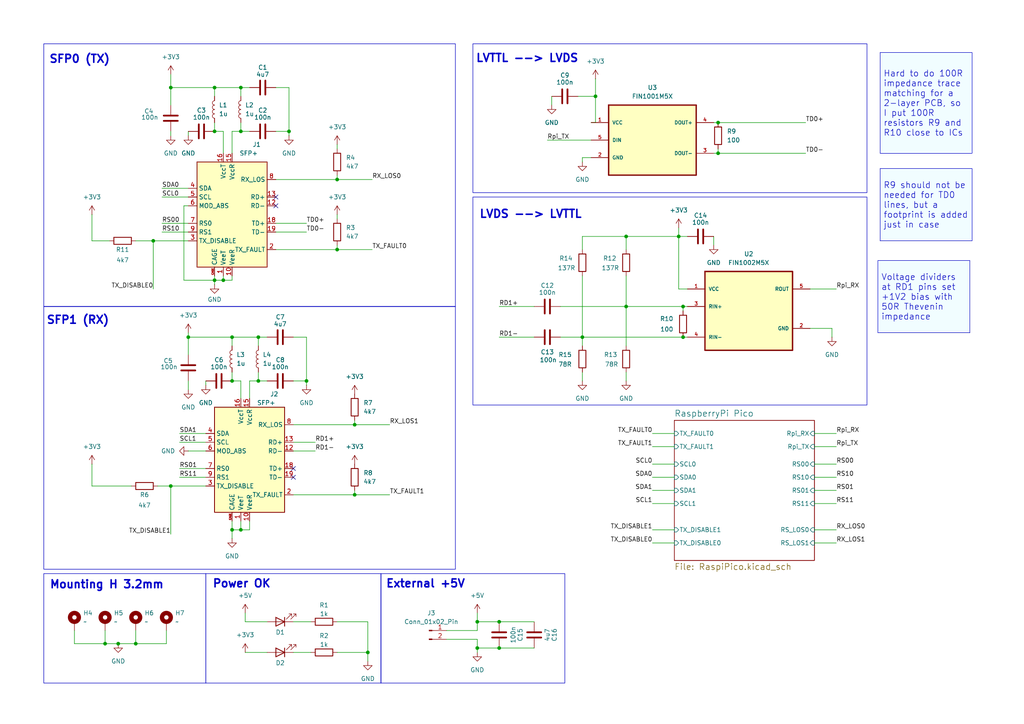
<source format=kicad_sch>
(kicad_sch (version 20250114) (generator "eeschema") (generator_version "9.0")
  (paper "A4")
  (title_block (title "Optical Power Analyzer") (date "2025-04-03") (company "Filip Kulka"))
  (lib_symbols
    (symbol "Connector:Conn_01x02_Pin" (pin_names (offset 1.016) (hide yes))
      (property "Reference" "J" (at 0 2.54 0))
      (property "Value" "Conn_01x02_Pin" (at 0 -5.08 0))
      (symbol "Conn_01x02_Pin_1_1"
        (rectangle (start 0.8636 0.127) (end 0 -0.127) (stroke (width 0.1524)) (fill (type outline)))
        (rectangle (start 0.8636 -2.413) (end 0 -2.667) (stroke (width 0.1524)) (fill (type outline)))
        (polyline (pts (xy 1.27 0) (xy 0.8636 0)) (stroke (width 0.1524)))
        (polyline (pts (xy 1.27 -2.54) (xy 0.8636 -2.54)) (stroke (width 0.1524)))
        (pin passive line (at 5.08 0 180) (length 3.81) (name "Pin_1") (number "1"))
        (pin passive line (at 5.08 -2.54 180) (length 3.81) (name "Pin_2") (number "2"))
      )
    )
    (symbol "Device:C" (pin_numbers (hide yes)) (pin_names (offset 0.254))
      (property "Reference" "C" (at 0.635 2.54 0))
      (property "Value" "C" (at 0.635 -2.54 0))
      (symbol "C_0_1"
        (polyline (pts (xy -2.032 0.762) (xy 2.032 0.762)) (stroke (width 0.508)))
        (polyline (pts (xy -2.032 -0.762) (xy 2.032 -0.762)) (stroke (width 0.508)))
      )
      (symbol "C_1_1"
        (pin passive line (at 0 3.81 270) (length 2.794) (name "~") (number "1"))
        (pin passive line (at 0 -3.81 90) (length 2.794) (name "~") (number "2"))
      )
    )
    (symbol "Device:L" (pin_numbers (hide yes)) (pin_names (offset 1.016) (hide yes))
      (property "Reference" "L" (at -1.27 0 90))
      (property "Value" "L" (at 1.905 0 90))
      (symbol "L_0_1"
        (arc (start 0 2.54) (mid 0.6323 1.905) (end 0 1.27))
        (arc (start 0 1.27) (mid 0.6323 0.635) (end 0 0))
        (arc (start 0 0) (mid 0.6323 -0.635) (end 0 -1.27))
        (arc (start 0 -1.27) (mid 0.6323 -1.905) (end 0 -2.54))
      )
      (symbol "L_1_1"
        (pin passive line (at 0 3.81 270) (length 1.27) (name "1") (number "1"))
        (pin passive line (at 0 -3.81 90) (length 1.27) (name "2") (number "2"))
      )
    )
    (symbol "Device:LED" (pin_numbers (hide yes)) (pin_names (offset 1.016) (hide yes))
      (property "Reference" "D" (at 0 2.54 0))
      (property "Value" "LED" (at 0 -2.54 0))
      (symbol "LED_0_1"
        (polyline (pts (xy -3.048 -0.762) (xy -4.572 -2.286) (xy -3.81 -2.286) (xy -4.572 -2.286) (xy -4.572 -1.524)))
        (polyline (pts (xy -1.778 -0.762) (xy -3.302 -2.286) (xy -2.54 -2.286) (xy -3.302 -2.286) (xy -3.302 -1.524)))
        (polyline (pts (xy -1.27 0) (xy 1.27 0)))
        (polyline (pts (xy -1.27 -1.27) (xy -1.27 1.27)) (stroke (width 0.254)))
        (polyline (pts (xy 1.27 -1.27) (xy 1.27 1.27) (xy -1.27 0) (xy 1.27 -1.27)) (stroke (width 0.254)))
      )
      (symbol "LED_1_1"
        (pin passive line (at -3.81 0 0) (length 2.54) (name "K") (number "1"))
        (pin passive line (at 3.81 0 180) (length 2.54) (name "A") (number "2"))
      )
    )
    (symbol "Device:R" (pin_numbers (hide yes)) (pin_names (offset 0))
      (property "Reference" "R" (at 2.032 0 90))
      (property "Value" "R" (at 0 0 90))
      (symbol "R_0_1"
        (rectangle (start -1.016 -2.54) (end 1.016 2.54) (stroke (width 0.254)))
      )
      (symbol "R_1_1"
        (pin passive line (at 0 3.81 270) (length 1.27) (name "~") (number "1"))
        (pin passive line (at 0 -3.81 90) (length 1.27) (name "~") (number "2"))
      )
    )
    (symbol "Interface_Optical:SFP+"
      (property "Reference" "J" (at -8.89 16.51 0))
      (property "Value" "SFP+" (at 11.43 16.51 0))
      (symbol "SFP+_0_0"
        (rectangle (start -10.16 15.24) (end 10.16 -15.24) (stroke (width 0.254)) (fill (type background)))
      )
      (symbol "SFP+_1_1"
        (pin bidirectional line (at -12.7 7.62 0) (length 2.54) (name "SDA") (number "4"))
        (pin input line (at -12.7 5.08 0) (length 2.54) (name "SCL") (number "5"))
        (pin passive line (at -12.7 2.54 0) (length 2.54) (name "MOD_ABS") (number "6"))
        (pin input line (at -12.7 -2.54 0) (length 2.54) (name "RS0") (number "7"))
        (pin input line (at -12.7 -5.08 0) (length 2.54) (name "RS1") (number "9"))
        (pin input line (at -12.7 -7.62 0) (length 2.54) (name "TX_DISABLE") (number "3"))
        (pin passive line (at -5.08 -17.78 90) (length 2.54) (name "CAGE") (number "CAGE"))
        (pin power_in line (at -2.54 17.78 270) (length 2.54) (name "VccT") (number "16"))
        (pin power_in line (at -2.54 -17.78 90) (length 2.54) (name "VeeT") (number "1"))
        (pin passive line (at -2.54 -17.78 90) (length 2.54) (hide yes) (name "VeeT") (number "17"))
        (pin passive line (at -2.54 -17.78 90) (length 2.54) (hide yes) (name "VeeT") (number "20"))
        (pin power_in line (at 0 17.78 270) (length 2.54) (name "VccR") (number "15"))
        (pin power_in line (at 0 -17.78 90) (length 2.54) (name "VeeR") (number "10"))
        (pin passive line (at 0 -17.78 90) (length 2.54) (hide yes) (name "VeeR") (number "11"))
        (pin passive line (at 0 -17.78 90) (length 2.54) (hide yes) (name "VeeR") (number "14"))
        (pin open_collector line (at 12.7 10.16 180) (length 2.54) (name "RX_LOS") (number "8"))
        (pin output line (at 12.7 5.08 180) (length 2.54) (name "RD+") (number "13"))
        (pin output line (at 12.7 2.54 180) (length 2.54) (name "RD-") (number "12"))
        (pin input line (at 12.7 -2.54 180) (length 2.54) (name "TD+") (number "18"))
        (pin input line (at 12.7 -5.08 180) (length 2.54) (name "TD-") (number "19"))
        (pin open_collector line (at 12.7 -10.16 180) (length 2.54) (name "TX_FAULT") (number "2"))
      )
    )
    (symbol "LVDS --{gt} TTL (FIN1001M5X):FIN1001M5X" (pin_names (offset 1.016))
      (property "Reference" "U" (at -5.3641 11.6688 0))
      (property "Value" "FIN1001M5X" (at -5.2846 -18.3945 0))
      (symbol "FIN1001M5X_0_0"
        (rectangle (start -12.7 -12.7) (end 12.7 7.62) (stroke (width 0.4064)) (fill (type background)))
        (pin power_in line (at -17.78 2.54 0) (length 5.08) (name "VCC") (number "1"))
        (pin input line (at -17.78 -2.54 0) (length 5.08) (name "DIN") (number "5"))
        (pin passive line (at -17.78 -7.62 0) (length 5.08) (name "GND") (number "2"))
        (pin output line (at 17.78 2.54 180) (length 5.08) (name "DOUT+") (number "4"))
        (pin output line (at 17.78 -6.35 180) (length 5.08) (name "DOUT-") (number "3"))
      )
    )
    (symbol "Mechanical:MountingHole_Pad" (pin_numbers (hide yes)) (pin_names (offset 1.016) (hide yes)) (exclude_from_sim yes) (in_bom no)
      (property "Reference" "H" (at 0 6.35 0))
      (property "Value" "MountingHole_Pad" (at 0 4.445 0))
      (symbol "MountingHole_Pad_0_1"
        (circle (center 0 1.27) (radius 1.27) (stroke (width 1.27)))
      )
      (symbol "MountingHole_Pad_1_1"
        (pin input line (at 0 -2.54 90) (length 2.54) (name "1") (number "1"))
      )
    )
    (symbol "TTL --{gt} LVDS (FIN1002M5X):FIN1002M5X" (pin_names (offset 1.016))
      (property "Reference" "U" (at -4.0662 9.9875 0))
      (property "Value" "FIN1002M5X" (at -4.0932 -19.8812 0))
      (symbol "FIN1002M5X_0_0"
        (rectangle (start -12.7 -15.24) (end 12.7 7.62) (stroke (width 0.4064)) (fill (type background)))
        (pin power_in line (at -17.78 2.54 0) (length 5.08) (name "VCC") (number "1"))
        (pin input line (at -17.78 -2.54 0) (length 5.08) (name "RIN+") (number "3"))
        (pin input line (at -17.78 -11.43 0) (length 5.08) (name "RIN-") (number "4"))
        (pin output line (at 17.78 2.54 180) (length 5.08) (name "ROUT") (number "5"))
        (pin passive line (at 17.78 -8.89 180) (length 5.08) (name "GND") (number "2"))
      )
    )
    (symbol "power:+3V3" (power) (pin_numbers (hide yes)) (pin_names (offset 0) (hide yes))
      (property "Value" "+3V3" (at 0 3.556 0))
      (symbol "+3V3_0_1"
        (polyline (pts (xy -0.762 1.27) (xy 0 2.54)))
        (polyline (pts (xy 0 2.54) (xy 0.762 1.27)))
        (polyline (pts (xy 0 0) (xy 0 2.54)))
      )
      (symbol "+3V3_1_1"
        (pin power_in line (at 0 0 90) (length 0) (name "~") (number "1"))
      )
    )
    (symbol "power:+5V" (power) (pin_numbers (hide yes)) (pin_names (offset 0) (hide yes))
      (property "Value" "+5V" (at 0 3.556 0))
      (symbol "+5V_0_1"
        (polyline (pts (xy -0.762 1.27) (xy 0 2.54)))
        (polyline (pts (xy 0 2.54) (xy 0.762 1.27)))
        (polyline (pts (xy 0 0) (xy 0 2.54)))
      )
      (symbol "+5V_1_1"
        (pin power_in line (at 0 0 90) (length 0) (name "~") (number "1"))
      )
    )
    (symbol "power:GND" (power) (pin_numbers (hide yes)) (pin_names (offset 0) (hide yes))
      (property "Value" "GND" (at 0 -3.81 0))
      (symbol "GND_0_1"
        (polyline (pts (xy 0 0) (xy 0 -1.27) (xy 1.27 -1.27) (xy 0 -2.54) (xy -1.27 -1.27) (xy 0 -1.27)))
      )
      (symbol "GND_1_1"
        (pin power_in line (at 0 0 270) (length 0) (name "~") (number "1"))
      )
    )
  )
  (rectangle (start 12.7 166.37) (end 59.69 198.12))
  (rectangle (start 137.16 57.15) (end 251.46 117.475))
  (rectangle (start 110.49 166.37) (end 163.83 198.12))
  (rectangle (start 137.16 12.7) (end 251.46 55.88))
  (rectangle (start 12.7 88.9) (end 132.08 165.1))
  (rectangle (start 12.7 12.7) (end 132.08 88.9))
  (rectangle (start 59.69 166.37) (end 110.49 198.12))
  (text "Power OK" (at 70.104 169.418 0) (effects (font (size 2.286 2.286) (thickness 0.4572) (bold yes))))
  (text "External +5V" (at 123.444 169.418 0) (effects (font (size 2.286 2.286) (thickness 0.4572) (bold yes))))
  (text "LVTTL --> LVDS" (at 152.908 17.018 0) (effects (font (size 2.286 2.286) (thickness 0.4572) (bold yes))))
  (text "Mounting H 3.2mm" (at 30.988 169.672 0) (effects (font (size 2.286 2.286) (thickness 0.4572) (bold yes))))
  (text "SFP0 (TX)" (at 23.114 17.272 0) (effects (font (size 2.286 2.286) (thickness 0.4572) (bold yes))))
  (text "LVDS --> LVTTL" (at 153.924 62.23 0) (effects (font (size 2.286 2.286) (thickness 0.4572) (bold yes))))
  (text "SFP1 (RX)" (at 22.606 92.964 0) (effects (font (size 2.286 2.286) (thickness 0.4572) (bold yes))))
  (text_box "Hard to do 100R impedance trace matching for a 2-layer PCB, so I put 100R resistors R9 and R10 close to ICs\n" (at 255.27 15.24 0) (size 26.67 29.21) (margins 0.9525 0.9525 0.9525 0.9525) (fill (type color) (color 241 253 255 1)) (effects (font (size 1.778 1.778)) (justify left)))
  (text_box "Voltage dividers at RD1 pins set +1V2 bias with 50R Thevenin impedance " (at 254.635 75.565 0) (size 26.67 20.955) (margins 0.9525 0.9525 0.9525 0.9525) (fill (type color) (color 241 253 255 1)) (effects (font (size 1.778 1.778)) (justify left)))
  (text_box "R9 should not be needed for TD0 lines, but a footprint is added just in case" (at 255.27 48.895 0) (size 26.67 20.955) (margins 0.9525 0.9525 0.9525 0.9525) (fill (type color) (color 241 253 255 1)) (effects (font (size 1.778 1.778)) (justify left)))
  (junction (at 49.53 25.4))
  (junction (at 54.61 97.79))
  (junction (at 30.48 186.69))
  (junction (at 181.61 88.9))
  (junction (at 67.31 110.49))
  (junction (at 69.85 38.1))
  (junction (at 144.78 180.34))
  (junction (at 83.82 38.1))
  (junction (at 69.85 25.4))
  (junction (at 39.37 186.69))
  (junction (at 88.9 110.49))
  (junction (at 196.85 68.58))
  (junction (at 198.12 88.9))
  (junction (at 97.79 72.39))
  (junction (at 208.28 35.56))
  (junction (at 172.72 27.94))
  (junction (at 62.23 81.28))
  (junction (at 138.43 187.96))
  (junction (at 181.61 68.58))
  (junction (at 138.43 180.34))
  (junction (at 69.85 153.67))
  (junction (at 64.77 81.28))
  (junction (at 62.23 25.4))
  (junction (at 144.78 187.96))
  (junction (at 168.91 97.79))
  (junction (at 67.31 153.67))
  (junction (at 106.68 189.23))
  (junction (at 49.53 140.97))
  (junction (at 67.31 97.79))
  (junction (at 44.45 69.85))
  (junction (at 208.28 44.45))
  (junction (at 74.93 110.49))
  (junction (at 102.87 143.51))
  (junction (at 102.87 123.19))
  (junction (at 62.23 38.1))
  (junction (at 198.12 97.79))
  (junction (at 74.93 97.79))
  (junction (at 34.29 186.69))
  (junction (at 97.79 52.07))
  (no_connect (at 85.09 138.43))
  (no_connect (at 80.01 59.69))
  (no_connect (at 80.01 57.15))
  (no_connect (at 85.09 135.89))
  (bus_entry (at -12.7 80.01) (size 2.54 2.54))
  (wire (pts (xy 97.79 71.12) (xy 97.79 72.39)))
  (wire (pts (xy 46.99 64.77) (xy 54.61 64.77)))
  (wire (pts (xy 69.85 38.1) (xy 67.31 38.1)))
  (wire (pts (xy 52.07 125.73) (xy 59.69 125.73)))
  (wire (pts (xy 97.79 52.07) (xy 107.95 52.07)))
  (wire (pts (xy 106.68 189.23) (xy 106.68 191.77)))
  (wire (pts (xy 30.48 186.69) (xy 34.29 186.69)))
  (wire (pts (xy 53.34 81.28) (xy 62.23 81.28)))
  (wire (pts (xy 168.91 97.79) (xy 198.12 97.79)))
  (wire (pts (xy 21.59 186.69) (xy 30.48 186.69)))
  (wire (pts (xy 64.77 80.01) (xy 64.77 81.28)))
  (wire (pts (xy 172.72 22.86) (xy 172.72 27.94)))
  (wire (pts (xy 88.9 97.79) (xy 88.9 110.49)))
  (wire (pts (xy 85.09 130.81) (xy 91.44 130.81)))
  (wire (pts (xy 52.07 128.27) (xy 59.69 128.27)))
  (wire (pts (xy 69.85 110.49) (xy 69.85 115.57)))
  (wire (pts (xy 199.39 88.9) (xy 198.12 88.9)))
  (wire (pts (xy 80.01 72.39) (xy 97.79 72.39)))
  (wire (pts (xy 26.67 62.23) (xy 26.67 69.85)))
  (wire (pts (xy 49.53 25.4) (xy 49.53 30.48)))
  (wire (pts (xy 46.99 67.31) (xy 54.61 67.31)))
  (wire (pts (xy 69.85 35.56) (xy 69.85 38.1)))
  (wire (pts (xy 181.61 68.58) (xy 181.61 72.39)))
  (wire (pts (xy 138.43 187.96) (xy 138.43 189.23)))
  (wire (pts (xy 72.39 110.49) (xy 72.39 115.57)))
  (wire (pts (xy 26.67 140.97) (xy 38.1 140.97)))
  (wire (pts (xy 138.43 185.42) (xy 138.43 187.96)))
  (wire (pts (xy 54.61 130.81) (xy 59.69 130.81)))
  (wire (pts (xy 85.09 180.34) (xy 90.17 180.34)))
  (wire (pts (xy 234.95 95.25) (xy 241.3 95.25)))
  (wire (pts (xy 236.22 125.73) (xy 242.57 125.73)))
  (wire (pts (xy 83.82 25.4) (xy 83.82 38.1)))
  (wire (pts (xy 97.79 50.8) (xy 97.79 52.07)))
  (wire (pts (xy 106.68 180.34) (xy 106.68 189.23)))
  (wire (pts (xy 208.28 44.45) (xy 233.68 44.45)))
  (wire (pts (xy 195.58 129.54) (xy 189.23 129.54)))
  (wire (pts (xy 49.53 140.97) (xy 45.72 140.97)))
  (wire (pts (xy 195.58 153.67) (xy 189.23 153.67)))
  (wire (pts (xy 62.23 81.28) (xy 62.23 82.55)))
  (wire (pts (xy 54.61 38.1) (xy 54.61 39.37)))
  (wire (pts (xy 30.48 182.88) (xy 30.48 186.69)))
  (wire (pts (xy 236.22 153.67) (xy 242.57 153.67)))
  (wire (pts (xy 62.23 38.1) (xy 64.77 38.1)))
  (wire (pts (xy 236.22 129.54) (xy 242.57 129.54)))
  (wire (pts (xy 53.34 81.28) (xy 53.34 59.69)))
  (wire (pts (xy 64.77 81.28) (xy 67.31 81.28)))
  (wire (pts (xy 138.43 180.34) (xy 138.43 177.8)))
  (wire (pts (xy 168.91 80.01) (xy 168.91 97.79)))
  (wire (pts (xy 196.85 66.04) (xy 196.85 68.58)))
  (wire (pts (xy 59.69 110.49) (xy 59.69 111.76)))
  (wire (pts (xy 172.72 35.56) (xy 171.45 35.56)))
  (wire (pts (xy 162.56 97.79) (xy 168.91 97.79)))
  (wire (pts (xy 207.01 35.56) (xy 208.28 35.56)))
  (wire (pts (xy 158.75 40.64) (xy 171.45 40.64)))
  (wire (pts (xy 207.01 68.58) (xy 207.01 71.12)))
  (wire (pts (xy 49.53 140.97) (xy 49.53 154.94)))
  (wire (pts (xy 195.58 142.24) (xy 189.23 142.24)))
  (wire (pts (xy 67.31 97.79) (xy 74.93 97.79)))
  (wire (pts (xy 85.09 123.19) (xy 102.87 123.19)))
  (wire (pts (xy 77.47 110.49) (xy 74.93 110.49)))
  (wire (pts (xy 74.93 97.79) (xy 77.47 97.79)))
  (wire (pts (xy 39.37 186.69) (xy 48.26 186.69)))
  (wire (pts (xy 34.29 186.69) (xy 39.37 186.69)))
  (wire (pts (xy 49.53 25.4) (xy 62.23 25.4)))
  (wire (pts (xy 48.26 186.69) (xy 48.26 182.88)))
  (wire (pts (xy 97.79 180.34) (xy 106.68 180.34)))
  (wire (pts (xy 54.61 96.52) (xy 54.61 97.79)))
  (wire (pts (xy 64.77 38.1) (xy 64.77 44.45)))
  (wire (pts (xy 62.23 25.4) (xy 69.85 25.4)))
  (wire (pts (xy 71.12 180.34) (xy 77.47 180.34)))
  (wire (pts (xy 69.85 151.13) (xy 69.85 153.67)))
  (wire (pts (xy 129.54 182.88) (xy 138.43 182.88)))
  (wire (pts (xy 138.43 182.88) (xy 138.43 180.34)))
  (wire (pts (xy 241.3 95.25) (xy 241.3 97.79)))
  (wire (pts (xy 102.87 143.51) (xy 113.03 143.51)))
  (wire (pts (xy 72.39 153.67) (xy 72.39 151.13)))
  (wire (pts (xy 80.01 67.31) (xy 88.9 67.31)))
  (wire (pts (xy 181.61 107.95) (xy 181.61 110.49)))
  (wire (pts (xy 67.31 107.95) (xy 67.31 110.49)))
  (wire (pts (xy 144.78 88.9) (xy 154.94 88.9)))
  (wire (pts (xy 181.61 88.9) (xy 198.12 88.9)))
  (wire (pts (xy 199.39 83.82) (xy 196.85 83.82)))
  (wire (pts (xy 97.79 189.23) (xy 106.68 189.23)))
  (wire (pts (xy 172.72 27.94) (xy 172.72 35.56)))
  (wire (pts (xy 67.31 151.13) (xy 67.31 153.67)))
  (wire (pts (xy 67.31 97.79) (xy 67.31 100.33)))
  (wire (pts (xy 138.43 187.96) (xy 144.78 187.96)))
  (wire (pts (xy 196.85 68.58) (xy 181.61 68.58)))
  (wire (pts (xy 195.58 146.05) (xy 189.23 146.05)))
  (wire (pts (xy 26.67 69.85) (xy 31.75 69.85)))
  (wire (pts (xy 195.58 134.62) (xy 189.23 134.62)))
  (wire (pts (xy 138.43 180.34) (xy 144.78 180.34)))
  (wire (pts (xy 181.61 88.9) (xy 181.61 100.33)))
  (wire (pts (xy 129.54 185.42) (xy 138.43 185.42)))
  (wire (pts (xy 144.78 180.34) (xy 154.94 180.34)))
  (wire (pts (xy 236.22 138.43) (xy 242.57 138.43)))
  (wire (pts (xy 46.99 57.15) (xy 54.61 57.15)))
  (wire (pts (xy 67.31 81.28) (xy 67.31 80.01)))
  (wire (pts (xy 85.09 143.51) (xy 102.87 143.51)))
  (wire (pts (xy 62.23 80.01) (xy 62.23 81.28)))
  (wire (pts (xy 85.09 128.27) (xy 91.44 128.27)))
  (wire (pts (xy 168.91 45.72) (xy 168.91 46.99)))
  (wire (pts (xy 69.85 25.4) (xy 72.39 25.4)))
  (wire (pts (xy 168.91 97.79) (xy 168.91 100.33)))
  (wire (pts (xy 54.61 97.79) (xy 67.31 97.79)))
  (wire (pts (xy 39.37 69.85) (xy 44.45 69.85)))
  (wire (pts (xy 54.61 97.79) (xy 54.61 102.87)))
  (wire (pts (xy 181.61 68.58) (xy 168.91 68.58)))
  (wire (pts (xy 195.58 157.48) (xy 189.23 157.48)))
  (wire (pts (xy 62.23 81.28) (xy 64.77 81.28)))
  (wire (pts (xy 69.85 153.67) (xy 72.39 153.67)))
  (wire (pts (xy 44.45 69.85) (xy 54.61 69.85)))
  (wire (pts (xy 85.09 189.23) (xy 90.17 189.23)))
  (wire (pts (xy 85.09 97.79) (xy 88.9 97.79)))
  (wire (pts (xy 236.22 157.48) (xy 242.57 157.48)))
  (wire (pts (xy 199.39 97.79) (xy 198.12 97.79)))
  (wire (pts (xy 54.61 110.49) (xy 54.61 113.03)))
  (wire (pts (xy 195.58 138.43) (xy 189.23 138.43)))
  (wire (pts (xy 236.22 146.05) (xy 242.57 146.05)))
  (wire (pts (xy 102.87 123.19) (xy 113.03 123.19)))
  (wire (pts (xy 83.82 38.1) (xy 83.82 39.37)))
  (wire (pts (xy 171.45 45.72) (xy 168.91 45.72)))
  (wire (pts (xy 207.01 44.45) (xy 208.28 44.45)))
  (wire (pts (xy 168.91 107.95) (xy 168.91 110.49)))
  (wire (pts (xy 62.23 35.56) (xy 62.23 38.1)))
  (wire (pts (xy 97.79 62.23) (xy 97.79 63.5)))
  (wire (pts (xy 71.12 189.23) (xy 77.47 189.23)))
  (wire (pts (xy 46.99 54.61) (xy 54.61 54.61)))
  (wire (pts (xy 44.45 69.85) (xy 44.45 83.82)))
  (wire (pts (xy 234.95 83.82) (xy 242.57 83.82)))
  (wire (pts (xy 49.53 21.59) (xy 49.53 25.4)))
  (wire (pts (xy 181.61 80.01) (xy 181.61 88.9)))
  (wire (pts (xy 236.22 142.24) (xy 242.57 142.24)))
  (wire (pts (xy 74.93 107.95) (xy 74.93 110.49)))
  (wire (pts (xy 97.79 72.39) (xy 107.95 72.39)))
  (wire (pts (xy 52.07 135.89) (xy 59.69 135.89)))
  (wire (pts (xy 26.67 134.62) (xy 26.67 140.97)))
  (wire (pts (xy 88.9 110.49) (xy 88.9 111.76)))
  (wire (pts (xy 62.23 25.4) (xy 62.23 27.94)))
  (wire (pts (xy 72.39 38.1) (xy 69.85 38.1)))
  (wire (pts (xy 208.28 43.18) (xy 208.28 44.45)))
  (wire (pts (xy 80.01 38.1) (xy 83.82 38.1)))
  (wire (pts (xy 102.87 142.24) (xy 102.87 143.51)))
  (wire (pts (xy 196.85 68.58) (xy 199.39 68.58)))
  (wire (pts (xy 80.01 52.07) (xy 97.79 52.07)))
  (wire (pts (xy 74.93 110.49) (xy 72.39 110.49)))
  (wire (pts (xy 162.56 88.9) (xy 181.61 88.9)))
  (wire (pts (xy 49.53 140.97) (xy 59.69 140.97)))
  (wire (pts (xy 97.79 41.91) (xy 97.79 43.18)))
  (wire (pts (xy 67.31 110.49) (xy 69.85 110.49)))
  (wire (pts (xy 74.93 97.79) (xy 74.93 100.33)))
  (wire (pts (xy 160.02 27.94) (xy 160.02 30.48)))
  (wire (pts (xy 71.12 177.8) (xy 71.12 180.34)))
  (wire (pts (xy 52.07 138.43) (xy 59.69 138.43)))
  (wire (pts (xy 198.12 90.17) (xy 198.12 88.9)))
  (wire (pts (xy 67.31 38.1) (xy 67.31 44.45)))
  (wire (pts (xy 67.31 153.67) (xy 69.85 153.67)))
  (wire (pts (xy 144.78 187.96) (xy 154.94 187.96)))
  (wire (pts (xy 167.64 27.94) (xy 172.72 27.94)))
  (wire (pts (xy 69.85 25.4) (xy 69.85 27.94)))
  (wire (pts (xy 236.22 134.62) (xy 242.57 134.62)))
  (wire (pts (xy 67.31 153.67) (xy 67.31 156.21)))
  (wire (pts (xy 168.91 68.58) (xy 168.91 72.39)))
  (wire (pts (xy 80.01 25.4) (xy 83.82 25.4)))
  (wire (pts (xy 85.09 110.49) (xy 88.9 110.49)))
  (wire (pts (xy 195.58 125.73) (xy 189.23 125.73)))
  (wire (pts (xy 53.34 59.69) (xy 54.61 59.69)))
  (wire (pts (xy 49.53 38.1) (xy 49.53 39.37)))
  (wire (pts (xy 196.85 68.58) (xy 196.85 83.82)))
  (wire (pts (xy 21.59 182.88) (xy 21.59 186.69)))
  (wire (pts (xy 102.87 121.92) (xy 102.87 123.19)))
  (wire (pts (xy 39.37 182.88) (xy 39.37 186.69)))
  (wire (pts (xy 208.28 35.56) (xy 233.68 35.56)))
  (wire (pts (xy 80.01 64.77) (xy 88.9 64.77)))
  (wire (pts (xy 144.78 97.79) (xy 154.94 97.79)))
  (label "RS00" (at 46.99 64.77 0))
  (label "TD0-" (at 88.9 67.31 0))
  (label "Rpi_TX" (at 158.75 40.64 0))
  (label "RD1+" (at 91.44 128.27 0))
  (label "TX_FAULT0" (at 189.23 125.73 180))
  (label "TX_DISABLE1" (at 189.23 153.67 180))
  (label "TX_FAULT1" (at 113.03 143.51 0))
  (label "RS11" (at 52.07 138.43 0))
  (label "RX_LOS0" (at 242.57 153.67 0))
  (label "Rpi_TX" (at 242.57 129.54 0))
  (label "SDA1" (at 189.23 142.24 180))
  (label "RS00" (at 242.57 134.62 0))
  (label "TX_DISABLE1" (at 49.53 154.94 180))
  (label "RD1+" (at 144.78 88.9 0))
  (label "RD1-" (at 144.78 97.79 0))
  (label "TX_FAULT0" (at 107.95 72.39 0))
  (label "SDA0" (at 189.23 138.43 180))
  (label "TD0-" (at 233.68 44.45 0))
  (label "TX_DISABLE0" (at 44.45 83.82 180))
  (label "RS10" (at 242.57 138.43 0))
  (label "TX_DISABLE0" (at 189.23 157.48 180))
  (label "SDA0" (at 46.99 54.61 0))
  (label "SCL1" (at 52.07 128.27 0))
  (label "SDA1" (at 52.07 125.73 0))
  (label "SCL1" (at 189.23 146.05 180))
  (label "RX_LOS1" (at 242.57 157.48 0))
  (label "RS10" (at 46.99 67.31 0))
  (label "SCL0" (at 189.23 134.62 180))
  (label "RX_LOS1" (at 113.03 123.19 0))
  (label "TX_FAULT1" (at 189.23 129.54 180))
  (label "RS01" (at 242.57 142.24 0))
  (label "RS01" (at 52.07 135.89 0))
  (label "TD0+" (at 88.9 64.77 0))
  (label "Rpi_RX" (at 242.57 83.82 0))
  (label "RX_LOS0" (at 107.95 52.07 0))
  (label "RD1-" (at 91.44 130.81 0))
  (label "RS11" (at 242.57 146.05 0))
  (label "SCL0" (at 46.99 57.15 0))
  (label "TD0+" (at 233.68 35.56 0))
  (label "Rpi_RX" (at 242.57 125.73 0))
  (symbol (lib_id "Mechanical:MountingHole_Pad") (at 48.26 180.34 0) (unit 1) (in_bom no)
    (property "Reference" "H7" (at 50.8 177.7999 0) (effects (justify left)))
    (property "Value" "~" (at 50.8 180.3399 0) (effects (justify left)))
    (property "Footprint" "MountingHole:MountingHole_3.2mm_M3_DIN965_Pad" (effects (hide yes)))
    (property "Description" "Mounting Hole with connection" (effects (hide yes)))
  )
  (symbol (lib_id "Device:C") (at 63.5 110.49 90) (unit 1)
    (property "Reference" "C6" (at 63.5 104.394 90))
    (property "Value" "100n" (at 63.5 106.426 90))
    (property "Footprint" "Capacitor_SMD:C_0603_1608Metric" (effects (hide yes)))
    (property "Description" "Unpolarized capacitor" (effects (hide yes)))
  )
  (symbol (lib_id "power:GND") (at 160.02 30.48 0) (unit 1)
    (property "Reference" "#PWR037" (effects (hide yes)))
    (property "Value" "GND" (at 160.02 35.56 0))
    (property "Description" "Power symbol creates a global label with name \"GND\" , ground" (effects (hide yes)))
  )
  (symbol (lib_id "Device:R") (at 168.91 76.2 180) (unit 1)
    (property "Reference" "R14" (at 166.116 74.93 0) (effects (justify left)))
    (property "Value" "137R" (at 166.878 77.724 0) (effects (justify left)))
    (property "Footprint" "Resistor_SMD:R_0603_1608Metric_Pad0.98x0.95mm_HandSolder" (effects (hide yes)))
    (property "Description" "Resistor" (effects (hide yes)))
  )
  (symbol (lib_id "power:+5V") (at 138.43 177.8 0) (unit 1)
    (property "Reference" "#PWR041" (effects (hide yes)))
    (property "Value" "+5V" (at 138.43 172.72 0))
    (property "Description" "Power symbol creates a global label with name \"+5V\"" (effects (hide yes)))
  )
  (symbol (lib_id "power:+3V3") (at 172.72 22.86 0) (unit 1)
    (property "Reference" "#PWR036" (effects (hide yes)))
    (property "Value" "+3V3" (at 172.72 17.78 0))
    (property "Description" "Power symbol creates a global label with name \"+3V3\"" (effects (hide yes)))
  )
  (symbol (lib_id "Device:C") (at 154.94 184.15 0) (unit 1)
    (property "Reference" "C16" (at 160.782 184.15 90))
    (property "Value" "4u7" (at 158.75 184.15 90))
    (property "Footprint" "Capacitor_SMD:C_0603_1608Metric" (effects (hide yes)))
    (property "Description" "Unpolarized capacitor" (effects (hide yes)))
  )
  (symbol (lib_id "Device:R") (at 41.91 140.97 270) (unit 1)
    (property "Reference" "R6" (at 41.91 143.51 90))
    (property "Value" "4k7" (at 41.91 146.558 90))
    (property "Footprint" "Resistor_SMD:R_0603_1608Metric_Pad0.98x0.95mm_HandSolder" (effects (hide yes)))
    (property "Description" "Resistor" (effects (hide yes)))
  )
  (symbol (lib_id "Device:R") (at 208.28 39.37 0) (unit 1) (exclude_from_sim yes)
    (property "Reference" "R9" (at 210.82 38.0999 0) (effects (justify left)))
    (property "Value" "100" (at 210.82 40.6399 0) (effects (justify left)))
    (property "Footprint" "Resistor_SMD:R_0603_1608Metric_Pad0.98x0.95mm_HandSolder" (effects (hide yes)))
    (property "Description" "Resistor" (effects (hide yes)))
  )
  (symbol (lib_id "power:GND") (at 106.68 191.77 0) (unit 1)
    (property "Reference" "#PWR012" (effects (hide yes)))
    (property "Value" "GND" (at 106.68 196.85 0))
    (property "Description" "Power symbol creates a global label with name \"GND\" , ground" (effects (hide yes)))
  )
  (symbol (lib_id "Interface_Optical:SFP+") (at 67.31 62.23 0) (unit 1)
    (property "Reference" "J1" (at 73.2633 41.91 0) (effects (justify left)))
    (property "Value" "SFP+" (at 69.4533 44.45 0) (effects (justify left)))
    (property "Footprint" "SFP:Connector_SFP_and_Cage" (effects (hide yes)))
    (property "Datasheet" "https://members.snia.org/document/dl/25892" (effects (hide yes)))
    (property "Description" "Connector for Small Form Factor Pluggable (SFP+) module, 10 Gbit/s, serial-to-serial data-agnostic optical transceiver" (effects (hide yes)))
  )
  (symbol (lib_id "Device:R") (at 181.61 76.2 180) (unit 1)
    (property "Reference" "R12" (at 178.816 74.93 0) (effects (justify left)))
    (property "Value" "137R" (at 179.578 77.724 0) (effects (justify left)))
    (property "Footprint" "Resistor_SMD:R_0603_1608Metric_Pad0.98x0.95mm_HandSolder" (effects (hide yes)))
    (property "Description" "Resistor" (effects (hide yes)))
  )
  (symbol (lib_id "Device:R") (at 97.79 46.99 180) (unit 1)
    (property "Reference" "R4" (at 100.33 45.7199 0) (effects (justify right)))
    (property "Value" "4k7" (at 100.33 48.2599 0) (effects (justify right)))
    (property "Footprint" "Resistor_SMD:R_0603_1608Metric_Pad0.98x0.95mm_HandSolder" (effects (hide yes)))
    (property "Description" "Resistor" (effects (hide yes)))
  )
  (symbol (lib_id "Device:C") (at 144.78 184.15 0) (unit 1)
    (property "Reference" "C15" (at 150.876 184.15 90))
    (property "Value" "100n" (at 148.844 184.15 90))
    (property "Footprint" "Capacitor_SMD:C_0603_1608Metric" (effects (hide yes)))
    (property "Description" "Unpolarized capacitor" (effects (hide yes)))
  )
  (symbol (lib_id "power:GND") (at 207.01 71.12 0) (mirror y) (unit 1)
    (property "Reference" "#PWR038" (effects (hide yes)))
    (property "Value" "GND" (at 207.01 76.2 0))
    (property "Description" "Power symbol creates a global label with name \"GND\" , ground" (effects (hide yes)))
  )
  (symbol (lib_id "Device:C") (at 163.83 27.94 90) (unit 1)
    (property "Reference" "C9" (at 163.83 21.844 90))
    (property "Value" "100n" (at 163.83 23.876 90))
    (property "Footprint" "Capacitor_SMD:C_0603_1608Metric" (effects (hide yes)))
    (property "Description" "Unpolarized capacitor" (effects (hide yes)))
  )
  (symbol (lib_id "Device:C") (at 158.75 97.79 90) (unit 1)
    (property "Reference" "C13" (at 158.75 102.108 90))
    (property "Value" "100n" (at 159.004 104.394 90))
    (property "Footprint" "Capacitor_SMD:C_0603_1608Metric" (effects (hide yes)))
    (property "Description" "Unpolarized capacitor" (effects (hide yes)))
  )
  (symbol (lib_id "Device:C") (at 81.28 97.79 90) (unit 1)
    (property "Reference" "C7" (at 81.28 91.948 90))
    (property "Value" "4u7" (at 81.28 93.98 90))
    (property "Footprint" "Capacitor_SMD:C_0603_1608Metric" (effects (hide yes)))
    (property "Description" "Unpolarized capacitor" (effects (hide yes)))
  )
  (symbol (lib_id "LVDS --{gt} TTL (FIN1001M5X):FIN1001M5X") (at 189.23 38.1 0) (unit 1)
    (property "Reference" "U3" (at 189.23 25.4 0))
    (property "Value" "FIN1001M5X" (at 189.23 27.94 0))
    (property "Footprint" "LVDS_RX_lib:SOT95P280X140-5N" (effects (hide yes)))
    (property "MF" "ON Semiconductor" (effects (hide yes)))
    (property "Description_1" "1/0 Driver - LVDS SOT-23-5" (effects (hide yes)))
    (property "PACKAGE" "SOT-23-5" (effects (hide yes)))
    (property "MPN" "FIN1001M5X" (effects (hide yes)))
    (property "Price" "None" (effects (hide yes)))
    (property "Package" "SOT-23-5 ON Semiconductor" (effects (hide yes)))
    (property "OC_FARNELL" "1467289" (effects (hide yes)))
    (property "SnapEDA_Link" "https://www.snapeda.com/parts/FIN1001M5X/Onsemi/view-part/?ref=snap" (effects (hide yes)))
    (property "MP" "FIN1001M5X" (effects (hide yes)))
    (property "SUPPLIER" "Fairchild" (effects (hide yes)))
    (property "OC_NEWARK" "82C2736" (effects (hide yes)))
    (property "Availability" "In Stock" (effects (hide yes)))
    (property "Check_prices" "https://www.snapeda.com/parts/FIN1001M5X/Onsemi/view-part/?ref=eda" (effects (hide yes)))
  )
  (symbol (lib_id "power:GND") (at 88.9 111.76 0) (unit 1)
    (property "Reference" "#PWR032" (effects (hide yes)))
    (property "Value" "GND" (at 88.9 116.84 0))
    (property "Description" "Power symbol creates a global label with name \"GND\" , ground" (effects (hide yes)))
  )
  (symbol (lib_id "power:GND") (at 54.61 113.03 0) (unit 1)
    (property "Reference" "#PWR028" (effects (hide yes)))
    (property "Value" "GND" (at 54.61 118.11 0))
    (property "Description" "Power symbol creates a global label with name \"GND\" , ground" (effects (hide yes)))
  )
  (symbol (lib_id "power:+3V3") (at 102.87 134.62 0) (unit 1)
    (property "Reference" "#PWR034" (effects (hide yes)))
    (property "Value" "+3V3" (at 102.87 129.54 0))
    (property "Description" "Power symbol creates a global label with name \"+3V3\"" (effects (hide yes)))
  )
  (symbol (lib_id "power:GND") (at 138.43 189.23 0) (unit 1)
    (property "Reference" "#PWR015" (effects (hide yes)))
    (property "Value" "GND" (at 138.43 194.31 0))
    (property "Description" "Power symbol creates a global label with name \"GND\" , ground" (effects (hide yes)))
  )
  (symbol (lib_id "power:GND") (at 181.61 110.49 0) (mirror y) (unit 1)
    (property "Reference" "#PWR057" (effects (hide yes)))
    (property "Value" "GND" (at 181.61 115.57 0))
    (property "Description" "Power symbol creates a global label with name \"GND\" , ground" (effects (hide yes)))
  )
  (symbol (lib_id "Device:R") (at 168.91 104.14 180) (unit 1)
    (property "Reference" "R15" (at 165.862 102.87 0) (effects (justify left)))
    (property "Value" "78R" (at 165.862 105.664 0) (effects (justify left)))
    (property "Footprint" "Resistor_SMD:R_0603_1608Metric_Pad0.98x0.95mm_HandSolder" (effects (hide yes)))
    (property "Description" "Resistor" (effects (hide yes)))
  )
  (symbol (lib_id "Device:C") (at 76.2 25.4 90) (unit 1)
    (property "Reference" "C1" (at 76.2 19.558 90))
    (property "Value" "4u7" (at 76.2 21.59 90))
    (property "Footprint" "Capacitor_SMD:C_0603_1608Metric" (effects (hide yes)))
    (property "Description" "Unpolarized capacitor" (effects (hide yes)))
  )
  (symbol (lib_id "power:GND") (at 168.91 46.99 0) (unit 1)
    (property "Reference" "#PWR035" (effects (hide yes)))
    (property "Value" "GND" (at 168.91 52.07 0))
    (property "Description" "Power symbol creates a global label with name \"GND\" , ground" (effects (hide yes)))
  )
  (symbol (lib_id "Mechanical:MountingHole_Pad") (at 39.37 180.34 0) (unit 1) (in_bom no)
    (property "Reference" "H6" (at 41.91 177.7999 0) (effects (justify left)))
    (property "Value" "~" (at 41.91 180.3399 0) (effects (justify left)))
    (property "Footprint" "MountingHole:MountingHole_3.2mm_M3_DIN965_Pad" (effects (hide yes)))
    (property "Description" "Mounting Hole with connection" (effects (hide yes)))
  )
  (symbol (lib_id "Device:R") (at 198.12 93.98 180) (unit 1)
    (property "Reference" "R10" (at 195.326 92.456 0) (effects (justify left)))
    (property "Value" "100" (at 195.326 95.504 0) (effects (justify left)))
    (property "Footprint" "Resistor_SMD:R_0603_1608Metric_Pad0.98x0.95mm_HandSolder" (effects (hide yes)))
    (property "Description" "Resistor" (effects (hide yes)))
  )
  (symbol (lib_id "Connector:Conn_01x02_Pin") (at 124.46 182.88 0) (unit 1)
    (property "Reference" "J3" (at 125.095 177.8 0))
    (property "Value" "Conn_01x02_Pin" (at 125.095 180.34 0))
    (property "Footprint" "Connector_PinHeader_2.54mm:PinHeader_1x02_P2.54mm_Vertical" (effects (hide yes)))
    (property "Description" "Generic connector, single row, 01x02, script generated" (effects (hide yes)))
  )
  (symbol (lib_id "power:GND") (at 241.3 97.79 0) (unit 1)
    (property "Reference" "#PWR040" (effects (hide yes)))
    (property "Value" "GND" (at 241.3 102.87 0))
    (property "Description" "Power symbol creates a global label with name \"GND\" , ground" (effects (hide yes)))
  )
  (symbol (lib_id "power:+5V") (at 71.12 177.8 0) (unit 1)
    (property "Reference" "#PWR011" (effects (hide yes)))
    (property "Value" "+5V" (at 71.12 172.72 0))
    (property "Description" "Power symbol creates a global label with name \"+5V\"" (effects (hide yes)))
  )
  (symbol (lib_id "Device:R") (at 35.56 69.85 270) (unit 1)
    (property "Reference" "R11" (at 35.56 72.39 90))
    (property "Value" "4k7" (at 35.56 75.438 90))
    (property "Footprint" "Resistor_SMD:R_0603_1608Metric_Pad0.98x0.95mm_HandSolder" (effects (hide yes)))
    (property "Description" "Resistor" (effects (hide yes)))
  )
  (symbol (lib_id "Mechanical:MountingHole_Pad") (at 21.59 180.34 0) (unit 1) (in_bom no)
    (property "Reference" "H4" (at 24.13 177.7999 0) (effects (justify left)))
    (property "Value" "~" (at 24.13 180.3399 0) (effects (justify left)))
    (property "Footprint" "MountingHole:MountingHole_3.2mm_M3_DIN965_Pad" (effects (hide yes)))
    (property "Description" "Mounting Hole with connection" (effects (hide yes)))
  )
  (symbol (lib_id "Device:L") (at 74.93 104.14 180) (unit 1)
    (property "Reference" "L4" (at 76.2 102.8699 0) (effects (justify right)))
    (property "Value" "1u" (at 76.2 105.4099 0) (effects (justify right)))
    (property "Footprint" "Inductor_SMD:L_0805_2012Metric_Pad1.15x1.40mm_HandSolder" (effects (hide yes)))
    (property "Description" "Inductor" (effects (hide yes)))
  )
  (symbol (lib_id "Interface_Optical:SFP+") (at 72.39 133.35 0) (unit 1)
    (property "Reference" "J2" (at 78.3433 114.3 0) (effects (justify left)))
    (property "Value" "SFP+" (at 74.5333 116.84 0) (effects (justify left)))
    (property "Footprint" "SFP:Connector_SFP_and_Cage" (effects (hide yes)))
    (property "Datasheet" "https://members.snia.org/document/dl/25892" (effects (hide yes)))
    (property "Description" "Connector for Small Form Factor Pluggable (SFP+) module, 10 Gbit/s, serial-to-serial data-agnostic optical transceiver" (effects (hide yes)))
  )
  (symbol (lib_id "Device:L") (at 69.85 31.75 180) (unit 1)
    (property "Reference" "L2" (at 71.12 30.4799 0) (effects (justify right)))
    (property "Value" "1u" (at 71.12 33.0199 0) (effects (justify right)))
    (property "Footprint" "Inductor_SMD:L_0805_2012Metric_Pad1.15x1.40mm_HandSolder" (effects (hide yes)))
    (property "Description" "Inductor" (effects (hide yes)))
  )
  (symbol (lib_id "power:+3V3") (at 97.79 62.23 0) (unit 1)
    (property "Reference" "#PWR022" (effects (hide yes)))
    (property "Value" "+3V3" (at 97.79 57.15 0))
    (property "Description" "Power symbol creates a global label with name \"+3V3\"" (effects (hide yes)))
  )
  (symbol (lib_id "Device:LED") (at 81.28 189.23 180) (unit 1)
    (property "Reference" "D2" (at 81.28 192.278 0))
    (property "Value" "LED" (effects (hide yes)))
    (property "Footprint" "Diode_SMD:D_0603_1608Metric" (effects (hide yes)))
    (property "Description" "Light emitting diode" (effects (hide yes)))
    (property "Sim.Pins" "1=K 2=A" (effects (hide yes)))
  )
  (symbol (lib_id "power:+3V3") (at 196.85 66.04 0) (unit 1)
    (property "Reference" "#PWR039" (effects (hide yes)))
    (property "Value" "+3V3" (at 196.85 60.96 0))
    (property "Description" "Power symbol creates a global label with name \"+3V3\"" (effects (hide yes)))
  )
  (symbol (lib_id "power:+3V3") (at 102.87 114.3 0) (unit 1)
    (property "Reference" "#PWR033" (effects (hide yes)))
    (property "Value" "+3V3" (at 102.87 109.22 0))
    (property "Description" "Power symbol creates a global label with name \"+3V3\"" (effects (hide yes)))
  )
  (symbol (lib_id "power:GND") (at 62.23 82.55 0) (unit 1)
    (property "Reference" "#PWR021" (effects (hide yes)))
    (property "Value" "GND" (at 62.23 86.868 0))
    (property "Description" "Power symbol creates a global label with name \"GND\" , ground" (effects (hide yes)))
  )
  (symbol (lib_id "TTL --{gt} LVDS (FIN1002M5X):FIN1002M5X") (at 217.17 86.36 0) (unit 1)
    (property "Reference" "U2" (at 217.17 73.66 0))
    (property "Value" "FIN1002M5X" (at 217.17 76.2 0))
    (property "Footprint" "LVDS_RX_lib:SOT95P280X140-5N" (effects (hide yes)))
    (property "MF" "ON Semiconductor" (effects (hide yes)))
    (property "Description_1" "0/1 Receiver - LVDS SOT-23-5" (effects (hide yes)))
    (property "PACKAGE" "SOT-5" (effects (hide yes)))
    (property "MPN" "FIN1002M5X" (effects (hide yes)))
    (property "Price" "None" (effects (hide yes)))
    (property "Package" "SOT-23-5 ON Semiconductor" (effects (hide yes)))
    (property "OC_FARNELL" "1467290" (effects (hide yes)))
    (property "SnapEDA_Link" "https://www.snapeda.com/parts/FIN1002M5X/Onsemi/view-part/?ref=snap" (effects (hide yes)))
    (property "MP" "FIN1002M5X" (effects (hide yes)))
    (property "SUPPLIER" "FAIRCHILD SEMICONDUCTOR" (effects (hide yes)))
    (property "OC_NEWARK" "82C2738" (effects (hide yes)))
    (property "Availability" "In Stock" (effects (hide yes)))
    (property "Check_prices" "https://www.snapeda.com/parts/FIN1002M5X/Onsemi/view-part/?ref=eda" (effects (hide yes)))
  )
  (symbol (lib_id "power:GND") (at 83.82 39.37 0) (unit 1)
    (property "Reference" "#PWR017" (effects (hide yes)))
    (property "Value" "GND" (at 83.82 44.45 0))
    (property "Description" "Power symbol creates a global label with name \"GND\" , ground" (effects (hide yes)))
  )
  (symbol (lib_id "Device:L") (at 62.23 31.75 180) (unit 1)
    (property "Reference" "L1" (at 63.5 30.4799 0) (effects (justify right)))
    (property "Value" "1u" (at 63.5 33.0199 0) (effects (justify right)))
    (property "Footprint" "Inductor_SMD:L_0805_2012Metric_Pad1.15x1.40mm_HandSolder" (effects (hide yes)))
    (property "Description" "Inductor" (effects (hide yes)))
  )
  (symbol (lib_id "Device:C") (at 58.42 38.1 90) (unit 1)
    (property "Reference" "C3" (at 58.42 32.004 90))
    (property "Value" "100n" (at 58.42 34.036 90))
    (property "Footprint" "Capacitor_SMD:C_0603_1608Metric" (effects (hide yes)))
    (property "Description" "Unpolarized capacitor" (effects (hide yes)))
  )
  (symbol (lib_id "power:GND") (at 54.61 130.81 270) (unit 1)
    (property "Reference" "#PWR029" (effects (hide yes)))
    (property "Value" "GND" (at 50.8 130.8099 90) (effects (justify right)))
    (property "Description" "Power symbol creates a global label with name \"GND\" , ground" (effects (hide yes)))
  )
  (symbol (lib_id "Device:C") (at 203.2 68.58 270) (mirror x) (unit 1)
    (property "Reference" "C14" (at 203.2 62.484 90))
    (property "Value" "100n" (at 203.2 64.516 90))
    (property "Footprint" "Capacitor_SMD:C_0603_1608Metric" (effects (hide yes)))
    (property "Description" "Unpolarized capacitor" (effects (hide yes)))
  )
  (symbol (lib_id "Device:LED") (at 81.28 180.34 180) (unit 1)
    (property "Reference" "D1" (at 81.28 183.388 0))
    (property "Value" "LED" (effects (hide yes)))
    (property "Footprint" "Diode_SMD:D_0603_1608Metric" (effects (hide yes)))
    (property "Description" "Light emitting diode" (effects (hide yes)))
    (property "Sim.Pins" "1=K 2=A" (effects (hide yes)))
  )
  (symbol (lib_id "power:+3V3") (at 26.67 62.23 0) (unit 1)
    (property "Reference" "#PWR042" (effects (hide yes)))
    (property "Value" "+3V3" (at 26.67 57.15 0))
    (property "Description" "Power symbol creates a global label with name \"+3V3\"" (effects (hide yes)))
  )
  (symbol (lib_id "Device:R") (at 102.87 118.11 180) (unit 1)
    (property "Reference" "R7" (at 105.41 116.8399 0) (effects (justify right)))
    (property "Value" "4k7" (at 105.41 119.3799 0) (effects (justify right)))
    (property "Footprint" "Resistor_SMD:R_0603_1608Metric_Pad0.98x0.95mm_HandSolder" (effects (hide yes)))
    (property "Description" "Resistor" (effects (hide yes)))
  )
  (symbol (lib_id "power:+3V3") (at 71.12 189.23 0) (unit 1)
    (property "Reference" "#PWR013" (effects (hide yes)))
    (property "Value" "+3V3" (at 71.12 184.15 0))
    (property "Description" "Power symbol creates a global label with name \"+3V3\"" (effects (hide yes)))
  )
  (symbol (lib_id "Device:C") (at 81.28 110.49 90) (unit 1)
    (property "Reference" "C8" (at 81.28 104.394 90))
    (property "Value" "100n" (at 81.28 106.426 90))
    (property "Footprint" "Capacitor_SMD:C_0603_1608Metric" (effects (hide yes)))
    (property "Description" "Unpolarized capacitor" (effects (hide yes)))
  )
  (symbol (lib_id "Device:L") (at 67.31 104.14 180) (unit 1)
    (property "Reference" "L3" (at 68.58 102.8699 0) (effects (justify right)))
    (property "Value" "1u" (at 68.58 105.4099 0) (effects (justify right)))
    (property "Footprint" "Inductor_SMD:L_0805_2012Metric_Pad1.15x1.40mm_HandSolder" (effects (hide yes)))
    (property "Description" "Inductor" (effects (hide yes)))
  )
  (symbol (lib_id "power:GND") (at 67.31 156.21 0) (unit 1)
    (property "Reference" "#PWR031" (effects (hide yes)))
    (property "Value" "GND" (at 67.31 161.29 0))
    (property "Description" "Power symbol creates a global label with name \"GND\" , ground" (effects (hide yes)))
  )
  (symbol (lib_id "Device:R") (at 93.98 189.23 90) (unit 1)
    (property "Reference" "R2" (at 93.98 184.404 90))
    (property "Value" "1k" (at 93.98 186.944 90))
    (property "Footprint" "Resistor_SMD:R_0603_1608Metric_Pad0.98x0.95mm_HandSolder" (effects (hide yes)))
    (property "Description" "Resistor" (effects (hide yes)))
  )
  (symbol (lib_id "power:GND") (at 54.61 39.37 0) (unit 1)
    (property "Reference" "#PWR023" (effects (hide yes)))
    (property "Value" "GND" (at 54.61 44.45 0))
    (property "Description" "Power symbol creates a global label with name \"GND\" , ground" (effects (hide yes)))
  )
  (symbol (lib_id "power:GND") (at 168.91 110.49 0) (mirror y) (unit 1)
    (property "Reference" "#PWR058" (effects (hide yes)))
    (property "Value" "GND" (at 168.91 115.57 0))
    (property "Description" "Power symbol creates a global label with name \"GND\" , ground" (effects (hide yes)))
  )
  (symbol (lib_id "power:+3V3") (at 49.53 21.59 0) (unit 1)
    (property "Reference" "#PWR018" (effects (hide yes)))
    (property "Value" "+3V3" (at 49.53 16.51 0))
    (property "Description" "Power symbol creates a global label with name \"+3V3\"" (effects (hide yes)))
  )
  (symbol (lib_id "Device:R") (at 97.79 67.31 0) (unit 1)
    (property "Reference" "R3" (at 100.33 66.0399 0) (effects (justify left)))
    (property "Value" "4k7" (at 100.33 68.5799 0) (effects (justify left)))
    (property "Footprint" "Resistor_SMD:R_0603_1608Metric_Pad0.98x0.95mm_HandSolder" (effects (hide yes)))
    (property "Description" "Resistor" (effects (hide yes)))
  )
  (symbol (lib_id "Device:C") (at 54.61 106.68 180) (unit 1)
    (property "Reference" "C5" (at 48.768 104.648 0))
    (property "Value" "100n" (at 49.022 106.426 0))
    (property "Footprint" "Capacitor_SMD:C_0603_1608Metric" (effects (hide yes)))
    (property "Description" "Unpolarized capacitor" (effects (hide yes)))
  )
  (symbol (lib_id "power:GND") (at 59.69 111.76 0) (unit 1)
    (property "Reference" "#PWR030" (effects (hide yes)))
    (property "Value" "GND" (at 59.69 116.84 0))
    (property "Description" "Power symbol creates a global label with name \"GND\" , ground" (effects (hide yes)))
  )
  (symbol (lib_id "Device:C") (at 158.75 88.9 90) (unit 1)
    (property "Reference" "C12" (at 158.75 82.804 90))
    (property "Value" "100n" (at 158.75 84.836 90))
    (property "Footprint" "Capacitor_SMD:C_0603_1608Metric" (effects (hide yes)))
    (property "Description" "Unpolarized capacitor" (effects (hide yes)))
  )
  (symbol (lib_id "Device:R") (at 181.61 104.14 180) (unit 1)
    (property "Reference" "R13" (at 179.07 102.87 0) (effects (justify left)))
    (property "Value" "78R" (at 179.324 105.664 0) (effects (justify left)))
    (property "Footprint" "Resistor_SMD:R_0603_1608Metric_Pad0.98x0.95mm_HandSolder" (effects (hide yes)))
    (property "Description" "Resistor" (effects (hide yes)))
  )
  (symbol (lib_id "power:+3V3") (at 97.79 41.91 0) (unit 1)
    (property "Reference" "#PWR019" (effects (hide yes)))
    (property "Value" "+3V3" (at 97.79 36.83 0))
    (property "Description" "Power symbol creates a global label with name \"+3V3\"" (effects (hide yes)))
  )
  (symbol (lib_id "power:GND") (at 49.53 39.37 0) (unit 1)
    (property "Reference" "#PWR024" (effects (hide yes)))
    (property "Value" "GND" (at 49.53 44.45 0))
    (property "Description" "Power symbol creates a global label with name \"GND\" , ground" (effects (hide yes)))
  )
  (symbol (lib_id "Device:R") (at 102.87 138.43 0) (unit 1)
    (property "Reference" "R8" (at 105.41 137.1599 0) (effects (justify left)))
    (property "Value" "4k7" (at 105.41 139.6999 0) (effects (justify left)))
    (property "Footprint" "Resistor_SMD:R_0603_1608Metric_Pad0.98x0.95mm_HandSolder" (effects (hide yes)))
    (property "Description" "Resistor" (effects (hide yes)))
  )
  (symbol (lib_id "Mechanical:MountingHole_Pad") (at 30.48 180.34 0) (unit 1) (in_bom no)
    (property "Reference" "H5" (at 33.02 177.7999 0) (effects (justify left)))
    (property "Value" "~" (at 33.02 180.3399 0) (effects (justify left)))
    (property "Footprint" "MountingHole:MountingHole_3.2mm_M3_DIN965_Pad" (effects (hide yes)))
    (property "Description" "Mounting Hole with connection" (effects (hide yes)))
  )
  (symbol (lib_id "Device:C") (at 76.2 38.1 90) (unit 1)
    (property "Reference" "C2" (at 76.2 32.004 90))
    (property "Value" "100n" (at 76.2 34.036 90))
    (property "Footprint" "Capacitor_SMD:C_0603_1608Metric" (effects (hide yes)))
    (property "Description" "Unpolarized capacitor" (effects (hide yes)))
  )
  (symbol (lib_id "Device:C") (at 49.53 34.29 180) (unit 1)
    (property "Reference" "C4" (at 43.18 32.258 0))
    (property "Value" "100n" (at 43.434 34.036 0))
    (property "Footprint" "Capacitor_SMD:C_0603_1608Metric" (effects (hide yes)))
    (property "Description" "Unpolarized capacitor" (effects (hide yes)))
  )
  (symbol (lib_id "power:GND") (at 34.29 186.69 0) (unit 1)
    (property "Reference" "#PWR010" (effects (hide yes)))
    (property "Value" "GND" (at 34.29 191.77 0))
    (property "Description" "Power symbol creates a global label with name \"GND\" , ground" (effects (hide yes)))
  )
  (symbol (lib_id "power:+3V3") (at 54.61 96.52 0) (unit 1)
    (property "Reference" "#PWR027" (effects (hide yes)))
    (property "Value" "+3V3" (at 54.61 91.44 0))
    (property "Description" "Power symbol creates a global label with name \"+3V3\"" (effects (hide yes)))
  )
  (symbol (lib_id "power:+3V3") (at 26.67 134.62 0) (unit 1)
    (property "Reference" "#PWR059" (effects (hide yes)))
    (property "Value" "+3V3" (at 26.67 129.54 0))
    (property "Description" "Power symbol creates a global label with name \"+3V3\"" (effects (hide yes)))
  )
  (symbol (lib_id "Device:R") (at 93.98 180.34 90) (unit 1)
    (property "Reference" "R1" (at 93.98 175.514 90))
    (property "Value" "1k" (at 93.98 178.054 90))
    (property "Footprint" "Resistor_SMD:R_0603_1608Metric_Pad0.98x0.95mm_HandSolder" (effects (hide yes)))
    (property "Description" "Resistor" (effects (hide yes)))
  )
  (sheet (at 195.58 121.92) (size 40.64 40.64) (stroke (width 0.1524))
    (property "Sheetname" "RaspberryPi Pico" (at 195.58 120.9544 0) (effects (font (size 1.778 1.778)) (justify left bottom)))
    (property "Sheetfile" "RaspiPico.kicad_sch" (at 195.58 163.3478 0) (effects (font (size 1.778 1.778)) (justify left top)))
    (pin "TX_FAULT0" input (at 195.58 125.73 180))
    (pin "TX_FAULT1" input (at 195.58 129.54 180))
    (pin "SCL1" input (at 195.58 146.05 180))
    (pin "SCL0" input (at 195.58 134.62 180))
    (pin "SDA1" input (at 195.58 142.24 180))
    (pin "SDA0" input (at 195.58 138.43 180))
    (pin "Rpi_RX" input (at 236.22 125.73 0))
    (pin "Rpi_TX" input (at 236.22 129.54 0))
    (pin "RS00" input (at 236.22 134.62 0))
    (pin "RS01" input (at 236.22 142.24 0))
    (pin "RS10" input (at 236.22 138.43 0))
    (pin "RS11" input (at 236.22 146.05 0))
    (pin "RS_LOS0" input (at 236.22 153.67 0))
    (pin "RS_LOS1" input (at 236.22 157.48 0))
    (pin "TX_DISABLE0" input (at 195.58 157.48 180))
    (pin "TX_DISABLE1" input (at 195.58 153.67 180))
  )
)
</source>
